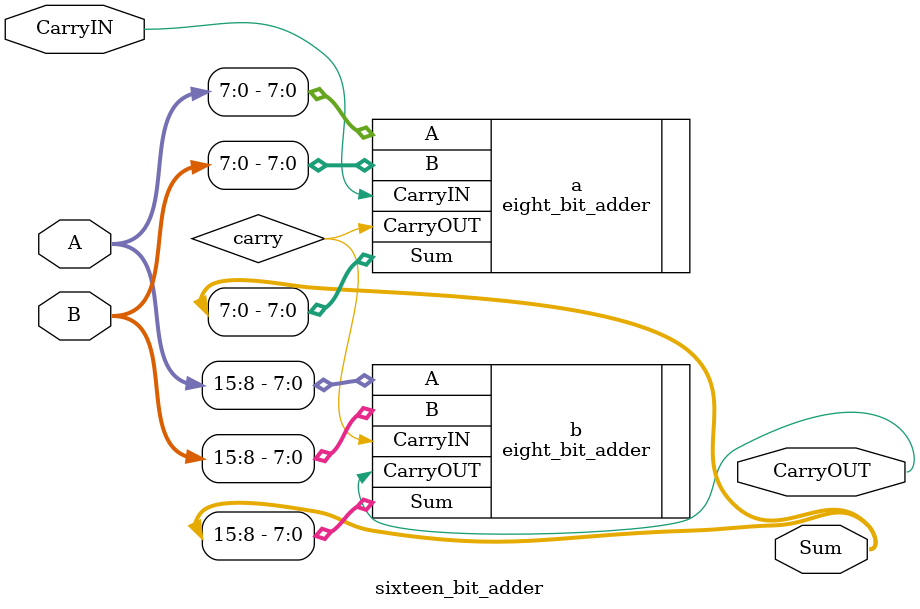
<source format=v>
`timescale 1ns / 1ps

module sixteen_bit_adder(
    input[15:0] A, B,
    input CarryIN,
    output[15:0] Sum,
    output CarryOUT
  );
  
  wire carry;
  
  eight_bit_adder a(.A(A[7:0]), .B(B[7:0]), .CarryIN(CarryIN), .CarryOUT(carry), .Sum(Sum[7:0]));
  eight_bit_adder b(.A(A[15:8]), .B(B[15:8]), .CarryIN(carry), .CarryOUT(CarryOUT), .Sum(Sum[15:8]));
  
endmodule

</source>
